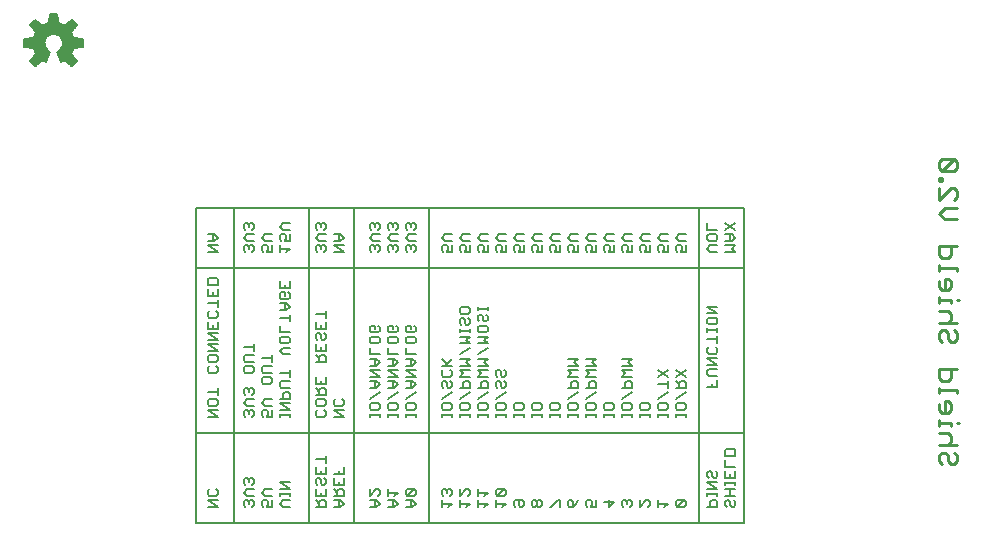
<source format=gbo>
G75*
G70*
%OFA0B0*%
%FSLAX24Y24*%
%IPPOS*%
%LPD*%
%AMOC8*
5,1,8,0,0,1.08239X$1,22.5*
%
%ADD10C,0.0110*%
%ADD11C,0.0060*%
%ADD12C,0.0080*%
%ADD13C,0.0059*%
D10*
X058245Y007937D02*
X058343Y007838D01*
X058245Y007937D02*
X058245Y008134D01*
X058343Y008232D01*
X058442Y008232D01*
X058540Y008134D01*
X058540Y007937D01*
X058639Y007838D01*
X058737Y007838D01*
X058836Y007937D01*
X058836Y008134D01*
X058737Y008232D01*
X058836Y008483D02*
X058245Y008483D01*
X058540Y008483D02*
X058639Y008581D01*
X058639Y008778D01*
X058540Y008877D01*
X058245Y008877D01*
X058245Y009127D02*
X058245Y009324D01*
X058245Y009226D02*
X058639Y009226D01*
X058639Y009127D01*
X058836Y009226D02*
X058934Y009226D01*
X058540Y009557D02*
X058639Y009656D01*
X058639Y009852D01*
X058540Y009951D01*
X058442Y009951D01*
X058442Y009557D01*
X058540Y009557D02*
X058343Y009557D01*
X058245Y009656D01*
X058245Y009852D01*
X058245Y010202D02*
X058245Y010399D01*
X058245Y010300D02*
X058836Y010300D01*
X058836Y010202D01*
X058540Y010631D02*
X058639Y010730D01*
X058639Y011025D01*
X058836Y011025D02*
X058245Y011025D01*
X058245Y010730D01*
X058343Y010631D01*
X058540Y010631D01*
X058639Y011920D02*
X058540Y012019D01*
X058540Y012216D01*
X058442Y012314D01*
X058343Y012314D01*
X058245Y012216D01*
X058245Y012019D01*
X058343Y011920D01*
X058639Y011920D02*
X058737Y011920D01*
X058836Y012019D01*
X058836Y012216D01*
X058737Y012314D01*
X058836Y012565D02*
X058245Y012565D01*
X058540Y012565D02*
X058639Y012663D01*
X058639Y012860D01*
X058540Y012959D01*
X058245Y012959D01*
X058245Y013210D02*
X058245Y013406D01*
X058245Y013308D02*
X058639Y013308D01*
X058639Y013210D01*
X058836Y013308D02*
X058934Y013308D01*
X058540Y013639D02*
X058639Y013738D01*
X058639Y013935D01*
X058540Y014033D01*
X058442Y014033D01*
X058442Y013639D01*
X058540Y013639D02*
X058343Y013639D01*
X058245Y013738D01*
X058245Y013935D01*
X058245Y014284D02*
X058245Y014481D01*
X058245Y014382D02*
X058836Y014382D01*
X058836Y014284D01*
X058540Y014714D02*
X058639Y014812D01*
X058639Y015107D01*
X058836Y015107D02*
X058245Y015107D01*
X058245Y014812D01*
X058343Y014714D01*
X058540Y014714D01*
X058442Y016003D02*
X058245Y016199D01*
X058442Y016396D01*
X058836Y016396D01*
X058737Y016647D02*
X058836Y016746D01*
X058836Y016942D01*
X058737Y017041D01*
X058639Y017041D01*
X058245Y016647D01*
X058245Y017041D01*
X058245Y017292D02*
X058245Y017390D01*
X058343Y017390D01*
X058343Y017292D01*
X058245Y017292D01*
X058343Y017614D02*
X058737Y018008D01*
X058343Y018008D01*
X058245Y017909D01*
X058245Y017712D01*
X058343Y017614D01*
X058737Y017614D01*
X058836Y017712D01*
X058836Y017909D01*
X058737Y018008D01*
X058836Y016003D02*
X058442Y016003D01*
D11*
X051460Y015877D02*
X051120Y015650D01*
X051120Y015509D02*
X051347Y015509D01*
X051460Y015395D01*
X051347Y015282D01*
X051120Y015282D01*
X051120Y015140D02*
X051460Y015140D01*
X051347Y015027D01*
X051460Y014913D01*
X051120Y014913D01*
X050860Y014913D02*
X050633Y014913D01*
X050520Y015027D01*
X050633Y015140D01*
X050860Y015140D01*
X050804Y015282D02*
X050860Y015338D01*
X050860Y015452D01*
X050804Y015509D01*
X050577Y015509D01*
X050520Y015452D01*
X050520Y015338D01*
X050577Y015282D01*
X050804Y015282D01*
X051290Y015282D02*
X051290Y015509D01*
X051460Y015650D02*
X051120Y015877D01*
X050860Y015650D02*
X050520Y015650D01*
X050520Y015877D01*
X049810Y015509D02*
X049583Y015509D01*
X049470Y015395D01*
X049583Y015282D01*
X049810Y015282D01*
X049810Y015140D02*
X049810Y014913D01*
X049640Y014913D01*
X049697Y015027D01*
X049697Y015083D01*
X049640Y015140D01*
X049527Y015140D01*
X049470Y015083D01*
X049470Y014970D01*
X049527Y014913D01*
X049210Y014913D02*
X049040Y014913D01*
X049097Y015027D01*
X049097Y015083D01*
X049040Y015140D01*
X048927Y015140D01*
X048870Y015083D01*
X048870Y014970D01*
X048927Y014913D01*
X049210Y014913D02*
X049210Y015140D01*
X049210Y015282D02*
X048983Y015282D01*
X048870Y015395D01*
X048983Y015509D01*
X049210Y015509D01*
X048610Y015509D02*
X048383Y015509D01*
X048270Y015395D01*
X048383Y015282D01*
X048610Y015282D01*
X048610Y015140D02*
X048610Y014913D01*
X048440Y014913D01*
X048497Y015027D01*
X048497Y015083D01*
X048440Y015140D01*
X048327Y015140D01*
X048270Y015083D01*
X048270Y014970D01*
X048327Y014913D01*
X048010Y014913D02*
X048010Y015140D01*
X047897Y015083D02*
X047840Y015140D01*
X047727Y015140D01*
X047670Y015083D01*
X047670Y014970D01*
X047727Y014913D01*
X047840Y014913D02*
X047897Y015027D01*
X047897Y015083D01*
X047840Y014913D02*
X048010Y014913D01*
X048010Y015282D02*
X047783Y015282D01*
X047670Y015395D01*
X047783Y015509D01*
X048010Y015509D01*
X047410Y015509D02*
X047183Y015509D01*
X047070Y015395D01*
X047183Y015282D01*
X047410Y015282D01*
X047410Y015140D02*
X047410Y014913D01*
X047240Y014913D01*
X047297Y015027D01*
X047297Y015083D01*
X047240Y015140D01*
X047127Y015140D01*
X047070Y015083D01*
X047070Y014970D01*
X047127Y014913D01*
X046810Y014913D02*
X046810Y015140D01*
X046697Y015083D02*
X046640Y015140D01*
X046527Y015140D01*
X046470Y015083D01*
X046470Y014970D01*
X046527Y014913D01*
X046640Y014913D02*
X046697Y015027D01*
X046697Y015083D01*
X046640Y014913D02*
X046810Y014913D01*
X046810Y015282D02*
X046583Y015282D01*
X046470Y015395D01*
X046583Y015509D01*
X046810Y015509D01*
X046210Y015509D02*
X045983Y015509D01*
X045870Y015395D01*
X045983Y015282D01*
X046210Y015282D01*
X046210Y015140D02*
X046210Y014913D01*
X046040Y014913D01*
X046097Y015027D01*
X046097Y015083D01*
X046040Y015140D01*
X045927Y015140D01*
X045870Y015083D01*
X045870Y014970D01*
X045927Y014913D01*
X045610Y014913D02*
X045440Y014913D01*
X045497Y015027D01*
X045497Y015083D01*
X045440Y015140D01*
X045327Y015140D01*
X045270Y015083D01*
X045270Y014970D01*
X045327Y014913D01*
X045610Y014913D02*
X045610Y015140D01*
X045610Y015282D02*
X045383Y015282D01*
X045270Y015395D01*
X045383Y015509D01*
X045610Y015509D01*
X045010Y015509D02*
X044783Y015509D01*
X044670Y015395D01*
X044783Y015282D01*
X045010Y015282D01*
X045010Y015140D02*
X045010Y014913D01*
X044840Y014913D01*
X044897Y015027D01*
X044897Y015083D01*
X044840Y015140D01*
X044727Y015140D01*
X044670Y015083D01*
X044670Y014970D01*
X044727Y014913D01*
X044410Y014913D02*
X044240Y014913D01*
X044297Y015027D01*
X044297Y015083D01*
X044240Y015140D01*
X044127Y015140D01*
X044070Y015083D01*
X044070Y014970D01*
X044127Y014913D01*
X044410Y014913D02*
X044410Y015140D01*
X044410Y015282D02*
X044183Y015282D01*
X044070Y015395D01*
X044183Y015509D01*
X044410Y015509D01*
X043810Y015509D02*
X043583Y015509D01*
X043470Y015395D01*
X043583Y015282D01*
X043810Y015282D01*
X043810Y015140D02*
X043810Y014913D01*
X043640Y014913D01*
X043697Y015027D01*
X043697Y015083D01*
X043640Y015140D01*
X043527Y015140D01*
X043470Y015083D01*
X043470Y014970D01*
X043527Y014913D01*
X043210Y014913D02*
X043040Y014913D01*
X043097Y015027D01*
X043097Y015083D01*
X043040Y015140D01*
X042927Y015140D01*
X042870Y015083D01*
X042870Y014970D01*
X042927Y014913D01*
X043210Y014913D02*
X043210Y015140D01*
X043210Y015282D02*
X042983Y015282D01*
X042870Y015395D01*
X042983Y015509D01*
X043210Y015509D01*
X042610Y015509D02*
X042383Y015509D01*
X042270Y015395D01*
X042383Y015282D01*
X042610Y015282D01*
X042610Y015140D02*
X042610Y014913D01*
X042440Y014913D01*
X042497Y015027D01*
X042497Y015083D01*
X042440Y015140D01*
X042327Y015140D01*
X042270Y015083D01*
X042270Y014970D01*
X042327Y014913D01*
X042010Y014913D02*
X042010Y015140D01*
X041897Y015083D02*
X041840Y015140D01*
X041727Y015140D01*
X041670Y015083D01*
X041670Y014970D01*
X041727Y014913D01*
X041840Y014913D02*
X041897Y015027D01*
X041897Y015083D01*
X041840Y014913D02*
X042010Y014913D01*
X042010Y015282D02*
X041783Y015282D01*
X041670Y015395D01*
X041783Y015509D01*
X042010Y015509D01*
X040810Y015509D02*
X040583Y015509D01*
X040470Y015395D01*
X040583Y015282D01*
X040810Y015282D01*
X040754Y015140D02*
X040697Y015140D01*
X040640Y015083D01*
X040583Y015140D01*
X040527Y015140D01*
X040470Y015083D01*
X040470Y014970D01*
X040527Y014913D01*
X040640Y015027D02*
X040640Y015083D01*
X040754Y015140D02*
X040810Y015083D01*
X040810Y014970D01*
X040754Y014913D01*
X040210Y014970D02*
X040210Y015083D01*
X040154Y015140D01*
X040097Y015140D01*
X040040Y015083D01*
X039983Y015140D01*
X039927Y015140D01*
X039870Y015083D01*
X039870Y014970D01*
X039927Y014913D01*
X040040Y015027D02*
X040040Y015083D01*
X040154Y014913D02*
X040210Y014970D01*
X040210Y015282D02*
X039983Y015282D01*
X039870Y015395D01*
X039983Y015509D01*
X040210Y015509D01*
X040154Y015650D02*
X040210Y015707D01*
X040210Y015820D01*
X040154Y015877D01*
X040097Y015877D01*
X040040Y015820D01*
X039983Y015877D01*
X039927Y015877D01*
X039870Y015820D01*
X039870Y015707D01*
X039927Y015650D01*
X040040Y015763D02*
X040040Y015820D01*
X039610Y015820D02*
X039554Y015877D01*
X039497Y015877D01*
X039440Y015820D01*
X039383Y015877D01*
X039327Y015877D01*
X039270Y015820D01*
X039270Y015707D01*
X039327Y015650D01*
X039383Y015509D02*
X039610Y015509D01*
X039554Y015650D02*
X039610Y015707D01*
X039610Y015820D01*
X039440Y015820D02*
X039440Y015763D01*
X039383Y015509D02*
X039270Y015395D01*
X039383Y015282D01*
X039610Y015282D01*
X039554Y015140D02*
X039497Y015140D01*
X039440Y015083D01*
X039383Y015140D01*
X039327Y015140D01*
X039270Y015083D01*
X039270Y014970D01*
X039327Y014913D01*
X039440Y015027D02*
X039440Y015083D01*
X039554Y015140D02*
X039610Y015083D01*
X039610Y014970D01*
X039554Y014913D01*
X038410Y014913D02*
X038070Y015140D01*
X038410Y015140D01*
X038297Y015282D02*
X038410Y015395D01*
X038297Y015509D01*
X038070Y015509D01*
X038240Y015509D02*
X038240Y015282D01*
X038297Y015282D02*
X038070Y015282D01*
X037810Y015282D02*
X037583Y015282D01*
X037470Y015395D01*
X037583Y015509D01*
X037810Y015509D01*
X037754Y015650D02*
X037810Y015707D01*
X037810Y015820D01*
X037754Y015877D01*
X037697Y015877D01*
X037640Y015820D01*
X037583Y015877D01*
X037527Y015877D01*
X037470Y015820D01*
X037470Y015707D01*
X037527Y015650D01*
X037640Y015763D02*
X037640Y015820D01*
X036610Y015877D02*
X036383Y015877D01*
X036270Y015763D01*
X036383Y015650D01*
X036610Y015650D01*
X036610Y015509D02*
X036610Y015282D01*
X036440Y015282D01*
X036497Y015395D01*
X036497Y015452D01*
X036440Y015509D01*
X036327Y015509D01*
X036270Y015452D01*
X036270Y015338D01*
X036327Y015282D01*
X036270Y015140D02*
X036270Y014913D01*
X036270Y015027D02*
X036610Y015027D01*
X036497Y014913D01*
X036010Y014913D02*
X036010Y015140D01*
X035897Y015083D02*
X035840Y015140D01*
X035727Y015140D01*
X035670Y015083D01*
X035670Y014970D01*
X035727Y014913D01*
X035840Y014913D02*
X035897Y015027D01*
X035897Y015083D01*
X035840Y014913D02*
X036010Y014913D01*
X036010Y015282D02*
X035783Y015282D01*
X035670Y015395D01*
X035783Y015509D01*
X036010Y015509D01*
X035410Y015509D02*
X035183Y015509D01*
X035070Y015395D01*
X035183Y015282D01*
X035410Y015282D01*
X035354Y015140D02*
X035297Y015140D01*
X035240Y015083D01*
X035183Y015140D01*
X035127Y015140D01*
X035070Y015083D01*
X035070Y014970D01*
X035127Y014913D01*
X035240Y015027D02*
X035240Y015083D01*
X035354Y015140D02*
X035410Y015083D01*
X035410Y014970D01*
X035354Y014913D01*
X034210Y014913D02*
X033870Y015140D01*
X034210Y015140D01*
X034097Y015282D02*
X034210Y015395D01*
X034097Y015509D01*
X033870Y015509D01*
X034040Y015509D02*
X034040Y015282D01*
X034097Y015282D02*
X033870Y015282D01*
X033870Y014913D02*
X034210Y014913D01*
X034154Y014060D02*
X034210Y014003D01*
X034210Y013833D01*
X033870Y013833D01*
X033870Y014003D01*
X033927Y014060D01*
X034154Y014060D01*
X034210Y013692D02*
X034210Y013465D01*
X033870Y013465D01*
X033870Y013692D01*
X034040Y013578D02*
X034040Y013465D01*
X034210Y013323D02*
X034210Y013096D01*
X034210Y013210D02*
X033870Y013210D01*
X033927Y012955D02*
X033870Y012898D01*
X033870Y012785D01*
X033927Y012728D01*
X034154Y012728D01*
X034210Y012785D01*
X034210Y012898D01*
X034154Y012955D01*
X034210Y012587D02*
X034210Y012360D01*
X033870Y012360D01*
X033870Y012587D01*
X034040Y012473D02*
X034040Y012360D01*
X033870Y012218D02*
X034210Y012218D01*
X034210Y011992D02*
X033870Y012218D01*
X033870Y011992D02*
X034210Y011992D01*
X034210Y011850D02*
X033870Y011850D01*
X034210Y011623D01*
X033870Y011623D01*
X033927Y011482D02*
X034154Y011482D01*
X034210Y011425D01*
X034210Y011312D01*
X034154Y011255D01*
X033927Y011255D01*
X033870Y011312D01*
X033870Y011425D01*
X033927Y011482D01*
X033927Y011113D02*
X033870Y011057D01*
X033870Y010943D01*
X033927Y010887D01*
X034154Y010887D01*
X034210Y010943D01*
X034210Y011057D01*
X034154Y011113D01*
X035070Y011057D02*
X035127Y011113D01*
X035354Y011113D01*
X035410Y011057D01*
X035410Y010943D01*
X035354Y010887D01*
X035127Y010887D01*
X035070Y010943D01*
X035070Y011057D01*
X035127Y011255D02*
X035070Y011312D01*
X035070Y011425D01*
X035127Y011482D01*
X035410Y011482D01*
X035410Y011623D02*
X035410Y011850D01*
X035410Y011737D02*
X035070Y011737D01*
X035670Y011368D02*
X036010Y011368D01*
X036010Y011255D02*
X036010Y011482D01*
X036270Y011614D02*
X036383Y011727D01*
X036610Y011727D01*
X036554Y011869D02*
X036327Y011869D01*
X036270Y011925D01*
X036270Y012039D01*
X036327Y012096D01*
X036554Y012096D01*
X036610Y012039D01*
X036610Y011925D01*
X036554Y011869D01*
X036610Y011500D02*
X036383Y011500D01*
X036270Y011614D01*
X036010Y011113D02*
X035727Y011113D01*
X035670Y011057D01*
X035670Y010943D01*
X035727Y010887D01*
X036010Y010887D01*
X035954Y010745D02*
X036010Y010688D01*
X036010Y010575D01*
X035954Y010518D01*
X035727Y010518D01*
X035670Y010575D01*
X035670Y010688D01*
X035727Y010745D01*
X035954Y010745D01*
X036270Y010877D02*
X036610Y010877D01*
X036610Y010764D02*
X036610Y010991D01*
X036610Y010622D02*
X036327Y010622D01*
X036270Y010566D01*
X036270Y010452D01*
X036327Y010396D01*
X036610Y010396D01*
X036554Y010254D02*
X036440Y010254D01*
X036383Y010197D01*
X036383Y010027D01*
X036270Y010027D02*
X036610Y010027D01*
X036610Y010197D01*
X036554Y010254D01*
X036010Y010009D02*
X035783Y010009D01*
X035670Y009895D01*
X035783Y009782D01*
X036010Y009782D01*
X036010Y009640D02*
X036010Y009413D01*
X035840Y009413D01*
X035897Y009527D01*
X035897Y009583D01*
X035840Y009640D01*
X035727Y009640D01*
X035670Y009583D01*
X035670Y009470D01*
X035727Y009413D01*
X035410Y009470D02*
X035410Y009583D01*
X035354Y009640D01*
X035297Y009640D01*
X035240Y009583D01*
X035183Y009640D01*
X035127Y009640D01*
X035070Y009583D01*
X035070Y009470D01*
X035127Y009413D01*
X035240Y009527D02*
X035240Y009583D01*
X035354Y009413D02*
X035410Y009470D01*
X035410Y009782D02*
X035183Y009782D01*
X035070Y009895D01*
X035183Y010009D01*
X035410Y010009D01*
X035354Y010150D02*
X035410Y010207D01*
X035410Y010320D01*
X035354Y010377D01*
X035297Y010377D01*
X035240Y010320D01*
X035183Y010377D01*
X035127Y010377D01*
X035070Y010320D01*
X035070Y010207D01*
X035127Y010150D01*
X035240Y010263D02*
X035240Y010320D01*
X034210Y010263D02*
X033870Y010263D01*
X033927Y010009D02*
X034154Y010009D01*
X034210Y009952D01*
X034210Y009838D01*
X034154Y009782D01*
X033927Y009782D01*
X033870Y009838D01*
X033870Y009952D01*
X033927Y010009D01*
X034210Y010150D02*
X034210Y010377D01*
X034210Y009640D02*
X033870Y009640D01*
X034210Y009413D01*
X033870Y009413D01*
X036270Y009413D02*
X036270Y009527D01*
X036270Y009470D02*
X036610Y009470D01*
X036610Y009413D02*
X036610Y009527D01*
X036610Y009659D02*
X036270Y009886D01*
X036610Y009886D01*
X036610Y009659D02*
X036270Y009659D01*
X037470Y009583D02*
X037527Y009640D01*
X037470Y009583D02*
X037470Y009470D01*
X037527Y009413D01*
X037754Y009413D01*
X037810Y009470D01*
X037810Y009583D01*
X037754Y009640D01*
X037754Y009782D02*
X037527Y009782D01*
X037470Y009838D01*
X037470Y009952D01*
X037527Y010009D01*
X037754Y010009D01*
X037810Y009952D01*
X037810Y009838D01*
X037754Y009782D01*
X038070Y009838D02*
X038070Y009952D01*
X038127Y010009D01*
X038070Y009838D02*
X038127Y009782D01*
X038354Y009782D01*
X038410Y009838D01*
X038410Y009952D01*
X038354Y010009D01*
X037810Y010150D02*
X037810Y010320D01*
X037754Y010377D01*
X037640Y010377D01*
X037583Y010320D01*
X037583Y010150D01*
X037470Y010150D02*
X037810Y010150D01*
X037583Y010263D02*
X037470Y010377D01*
X037470Y010518D02*
X037470Y010745D01*
X037640Y010632D02*
X037640Y010518D01*
X037810Y010518D02*
X037470Y010518D01*
X037810Y010518D02*
X037810Y010745D01*
X037810Y011255D02*
X037470Y011255D01*
X037583Y011255D02*
X037583Y011425D01*
X037640Y011482D01*
X037754Y011482D01*
X037810Y011425D01*
X037810Y011255D01*
X037583Y011368D02*
X037470Y011482D01*
X037470Y011623D02*
X037470Y011850D01*
X037527Y011992D02*
X037470Y012048D01*
X037470Y012162D01*
X037527Y012218D01*
X037583Y012218D01*
X037640Y012162D01*
X037640Y012048D01*
X037697Y011992D01*
X037754Y011992D01*
X037810Y012048D01*
X037810Y012162D01*
X037754Y012218D01*
X037810Y012360D02*
X037470Y012360D01*
X037470Y012587D01*
X037640Y012473D02*
X037640Y012360D01*
X037810Y012360D02*
X037810Y012587D01*
X037810Y012728D02*
X037810Y012955D01*
X037810Y012842D02*
X037470Y012842D01*
X036610Y012832D02*
X036610Y012605D01*
X036610Y012719D02*
X036270Y012719D01*
X036270Y012974D02*
X036497Y012974D01*
X036610Y013087D01*
X036497Y013201D01*
X036270Y013201D01*
X036327Y013342D02*
X036270Y013399D01*
X036270Y013512D01*
X036327Y013569D01*
X036440Y013569D01*
X036440Y013455D01*
X036327Y013342D02*
X036554Y013342D01*
X036610Y013399D01*
X036610Y013512D01*
X036554Y013569D01*
X036610Y013710D02*
X036270Y013710D01*
X036270Y013937D01*
X036440Y013824D02*
X036440Y013710D01*
X036610Y013710D02*
X036610Y013937D01*
X036440Y013201D02*
X036440Y012974D01*
X036270Y012464D02*
X036270Y012237D01*
X036610Y012237D01*
X037640Y011737D02*
X037640Y011623D01*
X037810Y011623D02*
X037470Y011623D01*
X037810Y011623D02*
X037810Y011850D01*
X039270Y011925D02*
X039327Y011869D01*
X039554Y011869D01*
X039610Y011925D01*
X039610Y012039D01*
X039554Y012096D01*
X039327Y012096D01*
X039270Y012039D01*
X039270Y011925D01*
X039270Y011727D02*
X039270Y011500D01*
X039610Y011500D01*
X039497Y011359D02*
X039270Y011359D01*
X039440Y011359D02*
X039440Y011132D01*
X039497Y011132D02*
X039610Y011246D01*
X039497Y011359D01*
X039497Y011132D02*
X039270Y011132D01*
X039270Y010991D02*
X039610Y010991D01*
X039610Y010764D02*
X039270Y010991D01*
X039270Y010764D02*
X039610Y010764D01*
X039497Y010622D02*
X039270Y010622D01*
X039440Y010622D02*
X039440Y010396D01*
X039497Y010396D02*
X039610Y010509D01*
X039497Y010622D01*
X039497Y010396D02*
X039270Y010396D01*
X039610Y010254D02*
X039270Y010027D01*
X039327Y009886D02*
X039554Y009886D01*
X039610Y009829D01*
X039610Y009716D01*
X039554Y009659D01*
X039327Y009659D01*
X039270Y009716D01*
X039270Y009829D01*
X039327Y009886D01*
X039270Y009527D02*
X039270Y009413D01*
X039270Y009470D02*
X039610Y009470D01*
X039610Y009413D02*
X039610Y009527D01*
X039870Y009527D02*
X039870Y009413D01*
X039870Y009470D02*
X040210Y009470D01*
X040210Y009413D02*
X040210Y009527D01*
X040154Y009659D02*
X039927Y009659D01*
X039870Y009716D01*
X039870Y009829D01*
X039927Y009886D01*
X040154Y009886D01*
X040210Y009829D01*
X040210Y009716D01*
X040154Y009659D01*
X040470Y009716D02*
X040470Y009829D01*
X040527Y009886D01*
X040754Y009886D01*
X040810Y009829D01*
X040810Y009716D01*
X040754Y009659D01*
X040527Y009659D01*
X040470Y009716D01*
X040470Y009527D02*
X040470Y009413D01*
X040470Y009470D02*
X040810Y009470D01*
X040810Y009413D02*
X040810Y009527D01*
X040470Y010027D02*
X040810Y010254D01*
X040697Y010396D02*
X040810Y010509D01*
X040697Y010622D01*
X040470Y010622D01*
X040470Y010764D02*
X040810Y010764D01*
X040470Y010991D01*
X040810Y010991D01*
X040697Y011132D02*
X040810Y011246D01*
X040697Y011359D01*
X040470Y011359D01*
X040470Y011500D02*
X040470Y011727D01*
X040527Y011869D02*
X040470Y011925D01*
X040470Y012039D01*
X040527Y012096D01*
X040754Y012096D01*
X040810Y012039D01*
X040810Y011925D01*
X040754Y011869D01*
X040527Y011869D01*
X040210Y011925D02*
X040154Y011869D01*
X039927Y011869D01*
X039870Y011925D01*
X039870Y012039D01*
X039927Y012096D01*
X040154Y012096D01*
X040210Y012039D01*
X040210Y011925D01*
X040154Y012237D02*
X039927Y012237D01*
X039870Y012294D01*
X039870Y012407D01*
X039927Y012464D01*
X040040Y012464D01*
X040040Y012351D01*
X040154Y012464D02*
X040210Y012407D01*
X040210Y012294D01*
X040154Y012237D01*
X040470Y012294D02*
X040470Y012407D01*
X040527Y012464D01*
X040640Y012464D01*
X040640Y012351D01*
X040754Y012464D02*
X040810Y012407D01*
X040810Y012294D01*
X040754Y012237D01*
X040527Y012237D01*
X040470Y012294D01*
X039870Y011727D02*
X039870Y011500D01*
X040210Y011500D01*
X040097Y011359D02*
X039870Y011359D01*
X040040Y011359D02*
X040040Y011132D01*
X040097Y011132D02*
X040210Y011246D01*
X040097Y011359D01*
X040097Y011132D02*
X039870Y011132D01*
X039870Y010991D02*
X040210Y010991D01*
X040210Y010764D02*
X039870Y010991D01*
X039870Y010764D02*
X040210Y010764D01*
X040097Y010622D02*
X039870Y010622D01*
X040040Y010622D02*
X040040Y010396D01*
X040097Y010396D02*
X040210Y010509D01*
X040097Y010622D01*
X040097Y010396D02*
X039870Y010396D01*
X040210Y010254D02*
X039870Y010027D01*
X040470Y010396D02*
X040697Y010396D01*
X040640Y010396D02*
X040640Y010622D01*
X040640Y011132D02*
X040640Y011359D01*
X040810Y011500D02*
X040470Y011500D01*
X040470Y011132D02*
X040697Y011132D01*
X041670Y011132D02*
X042010Y011132D01*
X041954Y010991D02*
X042010Y010934D01*
X042010Y010821D01*
X041954Y010764D01*
X041727Y010764D01*
X041670Y010821D01*
X041670Y010934D01*
X041727Y010991D01*
X041783Y011132D02*
X042010Y011359D01*
X041840Y011189D02*
X041670Y011359D01*
X042270Y011359D02*
X042610Y011359D01*
X042497Y011246D01*
X042610Y011132D01*
X042270Y011132D01*
X042270Y010991D02*
X042610Y010991D01*
X042610Y010764D02*
X042270Y010764D01*
X042383Y010877D01*
X042270Y010991D01*
X042440Y010622D02*
X042383Y010566D01*
X042383Y010396D01*
X042270Y010396D02*
X042610Y010396D01*
X042610Y010566D01*
X042554Y010622D01*
X042440Y010622D01*
X042610Y010254D02*
X042270Y010027D01*
X042327Y009886D02*
X042554Y009886D01*
X042610Y009829D01*
X042610Y009716D01*
X042554Y009659D01*
X042327Y009659D01*
X042270Y009716D01*
X042270Y009829D01*
X042327Y009886D01*
X042010Y009829D02*
X041954Y009886D01*
X041727Y009886D01*
X041670Y009829D01*
X041670Y009716D01*
X041727Y009659D01*
X041954Y009659D01*
X042010Y009716D01*
X042010Y009829D01*
X042010Y009527D02*
X042010Y009413D01*
X042010Y009470D02*
X041670Y009470D01*
X041670Y009413D02*
X041670Y009527D01*
X042270Y009527D02*
X042270Y009413D01*
X042270Y009470D02*
X042610Y009470D01*
X042610Y009413D02*
X042610Y009527D01*
X042870Y009527D02*
X042870Y009413D01*
X042870Y009470D02*
X043210Y009470D01*
X043210Y009413D02*
X043210Y009527D01*
X043154Y009659D02*
X042927Y009659D01*
X042870Y009716D01*
X042870Y009829D01*
X042927Y009886D01*
X043154Y009886D01*
X043210Y009829D01*
X043210Y009716D01*
X043154Y009659D01*
X043470Y009716D02*
X043470Y009829D01*
X043527Y009886D01*
X043754Y009886D01*
X043810Y009829D01*
X043810Y009716D01*
X043754Y009659D01*
X043527Y009659D01*
X043470Y009716D01*
X043470Y009527D02*
X043470Y009413D01*
X043470Y009470D02*
X043810Y009470D01*
X043810Y009413D02*
X043810Y009527D01*
X044070Y009527D02*
X044070Y009413D01*
X044070Y009470D02*
X044410Y009470D01*
X044410Y009413D02*
X044410Y009527D01*
X044354Y009659D02*
X044127Y009659D01*
X044070Y009716D01*
X044070Y009829D01*
X044127Y009886D01*
X044354Y009886D01*
X044410Y009829D01*
X044410Y009716D01*
X044354Y009659D01*
X044670Y009716D02*
X044670Y009829D01*
X044727Y009886D01*
X044954Y009886D01*
X045010Y009829D01*
X045010Y009716D01*
X044954Y009659D01*
X044727Y009659D01*
X044670Y009716D01*
X044670Y009527D02*
X044670Y009413D01*
X044670Y009470D02*
X045010Y009470D01*
X045010Y009413D02*
X045010Y009527D01*
X045270Y009527D02*
X045270Y009413D01*
X045270Y009470D02*
X045610Y009470D01*
X045610Y009413D02*
X045610Y009527D01*
X045554Y009659D02*
X045327Y009659D01*
X045270Y009716D01*
X045270Y009829D01*
X045327Y009886D01*
X045554Y009886D01*
X045610Y009829D01*
X045610Y009716D01*
X045554Y009659D01*
X045870Y009716D02*
X045870Y009829D01*
X045927Y009886D01*
X046154Y009886D01*
X046210Y009829D01*
X046210Y009716D01*
X046154Y009659D01*
X045927Y009659D01*
X045870Y009716D01*
X045870Y009527D02*
X045870Y009413D01*
X045870Y009470D02*
X046210Y009470D01*
X046210Y009413D02*
X046210Y009527D01*
X046470Y009527D02*
X046470Y009413D01*
X046470Y009470D02*
X046810Y009470D01*
X046810Y009413D02*
X046810Y009527D01*
X046754Y009659D02*
X046527Y009659D01*
X046470Y009716D01*
X046470Y009829D01*
X046527Y009886D01*
X046754Y009886D01*
X046810Y009829D01*
X046810Y009716D01*
X046754Y009659D01*
X047070Y009716D02*
X047070Y009829D01*
X047127Y009886D01*
X047354Y009886D01*
X047410Y009829D01*
X047410Y009716D01*
X047354Y009659D01*
X047127Y009659D01*
X047070Y009716D01*
X047070Y009527D02*
X047070Y009413D01*
X047070Y009470D02*
X047410Y009470D01*
X047410Y009413D02*
X047410Y009527D01*
X047670Y009527D02*
X047670Y009413D01*
X047670Y009470D02*
X048010Y009470D01*
X048010Y009413D02*
X048010Y009527D01*
X047954Y009659D02*
X047727Y009659D01*
X047670Y009716D01*
X047670Y009829D01*
X047727Y009886D01*
X047954Y009886D01*
X048010Y009829D01*
X048010Y009716D01*
X047954Y009659D01*
X048270Y009716D02*
X048270Y009829D01*
X048327Y009886D01*
X048554Y009886D01*
X048610Y009829D01*
X048610Y009716D01*
X048554Y009659D01*
X048327Y009659D01*
X048270Y009716D01*
X048270Y009527D02*
X048270Y009413D01*
X048270Y009470D02*
X048610Y009470D01*
X048610Y009413D02*
X048610Y009527D01*
X048870Y009527D02*
X048870Y009413D01*
X048870Y009470D02*
X049210Y009470D01*
X049210Y009413D02*
X049210Y009527D01*
X049154Y009659D02*
X048927Y009659D01*
X048870Y009716D01*
X048870Y009829D01*
X048927Y009886D01*
X049154Y009886D01*
X049210Y009829D01*
X049210Y009716D01*
X049154Y009659D01*
X049470Y009716D02*
X049470Y009829D01*
X049527Y009886D01*
X049754Y009886D01*
X049810Y009829D01*
X049810Y009716D01*
X049754Y009659D01*
X049527Y009659D01*
X049470Y009716D01*
X049470Y009527D02*
X049470Y009413D01*
X049470Y009470D02*
X049810Y009470D01*
X049810Y009413D02*
X049810Y009527D01*
X049470Y010027D02*
X049810Y010254D01*
X049810Y010396D02*
X049810Y010566D01*
X049754Y010622D01*
X049640Y010622D01*
X049583Y010566D01*
X049583Y010396D01*
X049583Y010509D02*
X049470Y010622D01*
X049470Y010764D02*
X049810Y010991D01*
X049810Y010764D02*
X049470Y010991D01*
X049210Y010991D02*
X048870Y010764D01*
X048870Y010991D02*
X049210Y010764D01*
X049210Y010622D02*
X049210Y010396D01*
X049210Y010509D02*
X048870Y010509D01*
X049210Y010254D02*
X048870Y010027D01*
X049470Y010396D02*
X049810Y010396D01*
X050520Y010413D02*
X050860Y010413D01*
X050860Y010640D01*
X050860Y010782D02*
X050577Y010782D01*
X050520Y010838D01*
X050520Y010952D01*
X050577Y011009D01*
X050860Y011009D01*
X050860Y011150D02*
X050520Y011150D01*
X050520Y011377D02*
X050860Y011377D01*
X050804Y011518D02*
X050860Y011575D01*
X050860Y011688D01*
X050804Y011745D01*
X050860Y011887D02*
X050860Y012113D01*
X050860Y012000D02*
X050520Y012000D01*
X050520Y012255D02*
X050520Y012368D01*
X050520Y012312D02*
X050860Y012312D01*
X050860Y012368D02*
X050860Y012255D01*
X050804Y012500D02*
X050577Y012500D01*
X050520Y012557D01*
X050520Y012671D01*
X050577Y012727D01*
X050804Y012727D01*
X050860Y012671D01*
X050860Y012557D01*
X050804Y012500D01*
X050860Y012869D02*
X050520Y012869D01*
X050520Y013096D02*
X050860Y013096D01*
X050860Y012869D02*
X050520Y013096D01*
X050577Y011745D02*
X050520Y011688D01*
X050520Y011575D01*
X050577Y011518D01*
X050804Y011518D01*
X050520Y011377D02*
X050860Y011150D01*
X050690Y010527D02*
X050690Y010413D01*
X048010Y010396D02*
X048010Y010566D01*
X047954Y010622D01*
X047840Y010622D01*
X047783Y010566D01*
X047783Y010396D01*
X047670Y010396D02*
X048010Y010396D01*
X048010Y010254D02*
X047670Y010027D01*
X047670Y010764D02*
X047783Y010877D01*
X047670Y010991D01*
X048010Y010991D01*
X048010Y011132D02*
X047897Y011246D01*
X048010Y011359D01*
X047670Y011359D01*
X047670Y011132D02*
X048010Y011132D01*
X048010Y010764D02*
X047670Y010764D01*
X046810Y010764D02*
X046470Y010764D01*
X046583Y010877D01*
X046470Y010991D01*
X046810Y010991D01*
X046810Y011132D02*
X046697Y011246D01*
X046810Y011359D01*
X046470Y011359D01*
X046470Y011132D02*
X046810Y011132D01*
X046210Y011132D02*
X046097Y011246D01*
X046210Y011359D01*
X045870Y011359D01*
X045870Y011132D02*
X046210Y011132D01*
X046210Y010991D02*
X045870Y010991D01*
X045983Y010877D01*
X045870Y010764D01*
X046210Y010764D01*
X046154Y010622D02*
X046040Y010622D01*
X045983Y010566D01*
X045983Y010396D01*
X045870Y010396D02*
X046210Y010396D01*
X046210Y010566D01*
X046154Y010622D01*
X046210Y010254D02*
X045870Y010027D01*
X046470Y010027D02*
X046810Y010254D01*
X046810Y010396D02*
X046810Y010566D01*
X046754Y010622D01*
X046640Y010622D01*
X046583Y010566D01*
X046583Y010396D01*
X046470Y010396D02*
X046810Y010396D01*
X043810Y010452D02*
X043754Y010396D01*
X043697Y010396D01*
X043640Y010452D01*
X043640Y010566D01*
X043583Y010622D01*
X043527Y010622D01*
X043470Y010566D01*
X043470Y010452D01*
X043527Y010396D01*
X043810Y010452D02*
X043810Y010566D01*
X043754Y010622D01*
X043754Y010764D02*
X043697Y010764D01*
X043640Y010821D01*
X043640Y010934D01*
X043583Y010991D01*
X043527Y010991D01*
X043470Y010934D01*
X043470Y010821D01*
X043527Y010764D01*
X043754Y010764D02*
X043810Y010821D01*
X043810Y010934D01*
X043754Y010991D01*
X043210Y010991D02*
X042870Y010991D01*
X042983Y010877D01*
X042870Y010764D01*
X043210Y010764D01*
X043154Y010622D02*
X043040Y010622D01*
X042983Y010566D01*
X042983Y010396D01*
X042870Y010396D02*
X043210Y010396D01*
X043210Y010566D01*
X043154Y010622D01*
X043210Y010254D02*
X042870Y010027D01*
X043470Y010027D02*
X043810Y010254D01*
X043210Y011132D02*
X042870Y011132D01*
X042870Y011359D02*
X043210Y011359D01*
X043097Y011246D01*
X043210Y011132D01*
X042870Y011500D02*
X043210Y011727D01*
X043210Y011869D02*
X043097Y011982D01*
X043210Y012096D01*
X042870Y012096D01*
X042927Y012237D02*
X042870Y012294D01*
X042870Y012407D01*
X042927Y012464D01*
X043154Y012464D01*
X043210Y012407D01*
X043210Y012294D01*
X043154Y012237D01*
X042927Y012237D01*
X042610Y012237D02*
X042610Y012351D01*
X042610Y012294D02*
X042270Y012294D01*
X042270Y012237D02*
X042270Y012351D01*
X042327Y012483D02*
X042270Y012539D01*
X042270Y012653D01*
X042327Y012709D01*
X042383Y012709D01*
X042440Y012653D01*
X042440Y012539D01*
X042497Y012483D01*
X042554Y012483D01*
X042610Y012539D01*
X042610Y012653D01*
X042554Y012709D01*
X042554Y012851D02*
X042327Y012851D01*
X042270Y012908D01*
X042270Y013021D01*
X042327Y013078D01*
X042554Y013078D01*
X042610Y013021D01*
X042610Y012908D01*
X042554Y012851D01*
X042870Y012776D02*
X042870Y012662D01*
X042927Y012605D01*
X043040Y012662D02*
X043040Y012776D01*
X042983Y012832D01*
X042927Y012832D01*
X042870Y012776D01*
X042870Y012974D02*
X042870Y013087D01*
X042870Y013030D02*
X043210Y013030D01*
X043210Y012974D02*
X043210Y013087D01*
X043154Y012832D02*
X043210Y012776D01*
X043210Y012662D01*
X043154Y012605D01*
X043097Y012605D01*
X043040Y012662D01*
X042610Y012096D02*
X042270Y012096D01*
X042270Y011869D02*
X042610Y011869D01*
X042497Y011982D01*
X042610Y012096D01*
X042870Y011869D02*
X043210Y011869D01*
X042610Y011727D02*
X042270Y011500D01*
X041954Y010622D02*
X042010Y010566D01*
X042010Y010452D01*
X041954Y010396D01*
X041897Y010396D01*
X041840Y010452D01*
X041840Y010566D01*
X041783Y010622D01*
X041727Y010622D01*
X041670Y010566D01*
X041670Y010452D01*
X041727Y010396D01*
X042010Y010254D02*
X041670Y010027D01*
X038410Y009640D02*
X038070Y009640D01*
X038410Y009413D01*
X038070Y009413D01*
X037810Y008113D02*
X037810Y007887D01*
X037810Y008000D02*
X037470Y008000D01*
X037470Y007745D02*
X037470Y007518D01*
X037810Y007518D01*
X037810Y007745D01*
X037640Y007632D02*
X037640Y007518D01*
X037583Y007377D02*
X037527Y007377D01*
X037470Y007320D01*
X037470Y007207D01*
X037527Y007150D01*
X037640Y007207D02*
X037640Y007320D01*
X037583Y007377D01*
X037754Y007377D02*
X037810Y007320D01*
X037810Y007207D01*
X037754Y007150D01*
X037697Y007150D01*
X037640Y007207D01*
X037470Y007009D02*
X037470Y006782D01*
X037810Y006782D01*
X037810Y007009D01*
X037640Y006895D02*
X037640Y006782D01*
X037640Y006640D02*
X037583Y006583D01*
X037583Y006413D01*
X037470Y006413D02*
X037810Y006413D01*
X037810Y006583D01*
X037754Y006640D01*
X037640Y006640D01*
X037583Y006527D02*
X037470Y006640D01*
X038070Y006640D02*
X038297Y006640D01*
X038410Y006527D01*
X038297Y006413D01*
X038070Y006413D01*
X038240Y006413D02*
X038240Y006640D01*
X038183Y006782D02*
X038183Y006952D01*
X038240Y007009D01*
X038354Y007009D01*
X038410Y006952D01*
X038410Y006782D01*
X038070Y006782D01*
X038183Y006895D02*
X038070Y007009D01*
X038070Y007150D02*
X038070Y007377D01*
X038070Y007518D02*
X038410Y007518D01*
X038410Y007745D01*
X038240Y007632D02*
X038240Y007518D01*
X038410Y007377D02*
X038410Y007150D01*
X038070Y007150D01*
X038240Y007150D02*
X038240Y007263D01*
X039270Y007009D02*
X039270Y006782D01*
X039497Y007009D01*
X039554Y007009D01*
X039610Y006952D01*
X039610Y006838D01*
X039554Y006782D01*
X039497Y006640D02*
X039270Y006640D01*
X039440Y006640D02*
X039440Y006413D01*
X039497Y006413D02*
X039610Y006527D01*
X039497Y006640D01*
X039497Y006413D02*
X039270Y006413D01*
X039870Y006413D02*
X040097Y006413D01*
X040210Y006527D01*
X040097Y006640D01*
X039870Y006640D01*
X039870Y006782D02*
X039870Y007009D01*
X039870Y006895D02*
X040210Y006895D01*
X040097Y006782D01*
X040040Y006640D02*
X040040Y006413D01*
X040470Y006413D02*
X040697Y006413D01*
X040810Y006527D01*
X040697Y006640D01*
X040470Y006640D01*
X040527Y006782D02*
X040754Y007009D01*
X040527Y007009D01*
X040470Y006952D01*
X040470Y006838D01*
X040527Y006782D01*
X040754Y006782D01*
X040810Y006838D01*
X040810Y006952D01*
X040754Y007009D01*
X040640Y006640D02*
X040640Y006413D01*
X041670Y006413D02*
X041670Y006640D01*
X041670Y006527D02*
X042010Y006527D01*
X041897Y006413D01*
X041954Y006782D02*
X042010Y006838D01*
X042010Y006952D01*
X041954Y007009D01*
X041897Y007009D01*
X041840Y006952D01*
X041783Y007009D01*
X041727Y007009D01*
X041670Y006952D01*
X041670Y006838D01*
X041727Y006782D01*
X041840Y006895D02*
X041840Y006952D01*
X042270Y007009D02*
X042270Y006782D01*
X042497Y007009D01*
X042554Y007009D01*
X042610Y006952D01*
X042610Y006838D01*
X042554Y006782D01*
X042610Y006527D02*
X042270Y006527D01*
X042270Y006640D02*
X042270Y006413D01*
X042497Y006413D02*
X042610Y006527D01*
X042870Y006527D02*
X043210Y006527D01*
X043097Y006413D01*
X042870Y006413D02*
X042870Y006640D01*
X042870Y006782D02*
X042870Y007009D01*
X042870Y006895D02*
X043210Y006895D01*
X043097Y006782D01*
X043470Y006838D02*
X043527Y006782D01*
X043754Y007009D01*
X043527Y007009D01*
X043470Y006952D01*
X043470Y006838D01*
X043527Y006782D02*
X043754Y006782D01*
X043810Y006838D01*
X043810Y006952D01*
X043754Y007009D01*
X043470Y006640D02*
X043470Y006413D01*
X043470Y006527D02*
X043810Y006527D01*
X043697Y006413D01*
X044070Y006470D02*
X044070Y006583D01*
X044127Y006640D01*
X044354Y006640D01*
X044410Y006583D01*
X044410Y006470D01*
X044354Y006413D01*
X044297Y006413D01*
X044240Y006470D01*
X044240Y006640D01*
X044070Y006470D02*
X044127Y006413D01*
X044670Y006470D02*
X044670Y006583D01*
X044727Y006640D01*
X044783Y006640D01*
X044840Y006583D01*
X044840Y006470D01*
X044897Y006413D01*
X044954Y006413D01*
X045010Y006470D01*
X045010Y006583D01*
X044954Y006640D01*
X044897Y006640D01*
X044840Y006583D01*
X044840Y006470D02*
X044783Y006413D01*
X044727Y006413D01*
X044670Y006470D01*
X045270Y006413D02*
X045327Y006413D01*
X045554Y006640D01*
X045610Y006640D01*
X045610Y006413D01*
X045870Y006470D02*
X045870Y006583D01*
X045927Y006640D01*
X045983Y006640D01*
X046040Y006583D01*
X046040Y006413D01*
X045927Y006413D01*
X045870Y006470D01*
X046040Y006413D02*
X046154Y006527D01*
X046210Y006640D01*
X046470Y006583D02*
X046470Y006470D01*
X046527Y006413D01*
X046640Y006413D02*
X046697Y006527D01*
X046697Y006583D01*
X046640Y006640D01*
X046527Y006640D01*
X046470Y006583D01*
X046640Y006413D02*
X046810Y006413D01*
X046810Y006640D01*
X047070Y006583D02*
X047410Y006583D01*
X047240Y006413D01*
X047240Y006640D01*
X047670Y006583D02*
X047670Y006470D01*
X047727Y006413D01*
X047840Y006527D02*
X047840Y006583D01*
X047783Y006640D01*
X047727Y006640D01*
X047670Y006583D01*
X047840Y006583D02*
X047897Y006640D01*
X047954Y006640D01*
X048010Y006583D01*
X048010Y006470D01*
X047954Y006413D01*
X048270Y006413D02*
X048497Y006640D01*
X048554Y006640D01*
X048610Y006583D01*
X048610Y006470D01*
X048554Y006413D01*
X048270Y006413D02*
X048270Y006640D01*
X048870Y006640D02*
X048870Y006413D01*
X048870Y006527D02*
X049210Y006527D01*
X049097Y006413D01*
X049470Y006470D02*
X049527Y006413D01*
X049754Y006640D01*
X049527Y006640D01*
X049470Y006583D01*
X049470Y006470D01*
X049527Y006413D02*
X049754Y006413D01*
X049810Y006470D01*
X049810Y006583D01*
X049754Y006640D01*
X050520Y006782D02*
X050520Y006895D01*
X050520Y006838D02*
X050860Y006838D01*
X050860Y006782D02*
X050860Y006895D01*
X050860Y007027D02*
X050520Y007254D01*
X050860Y007254D01*
X050804Y007396D02*
X050747Y007396D01*
X050690Y007452D01*
X050690Y007566D01*
X050633Y007622D01*
X050577Y007622D01*
X050520Y007566D01*
X050520Y007452D01*
X050577Y007396D01*
X050804Y007396D02*
X050860Y007452D01*
X050860Y007566D01*
X050804Y007622D01*
X051120Y007622D02*
X051120Y007396D01*
X051460Y007396D01*
X051460Y007622D01*
X051460Y007764D02*
X051120Y007764D01*
X051120Y007991D01*
X051120Y008132D02*
X051120Y008302D01*
X051177Y008359D01*
X051404Y008359D01*
X051460Y008302D01*
X051460Y008132D01*
X051120Y008132D01*
X051290Y007509D02*
X051290Y007396D01*
X051120Y007263D02*
X051120Y007150D01*
X051120Y007207D02*
X051460Y007207D01*
X051460Y007263D02*
X051460Y007150D01*
X051460Y007009D02*
X051120Y007009D01*
X051290Y007009D02*
X051290Y006782D01*
X051233Y006640D02*
X051177Y006640D01*
X051120Y006583D01*
X051120Y006470D01*
X051177Y006413D01*
X051290Y006470D02*
X051290Y006583D01*
X051233Y006640D01*
X051404Y006640D02*
X051460Y006583D01*
X051460Y006470D01*
X051404Y006413D01*
X051347Y006413D01*
X051290Y006470D01*
X051120Y006782D02*
X051460Y006782D01*
X050860Y006583D02*
X050804Y006640D01*
X050690Y006640D01*
X050633Y006583D01*
X050633Y006413D01*
X050520Y006413D02*
X050860Y006413D01*
X050860Y006583D01*
X050860Y007027D02*
X050520Y007027D01*
X039610Y012294D02*
X039554Y012237D01*
X039327Y012237D01*
X039270Y012294D01*
X039270Y012407D01*
X039327Y012464D01*
X039440Y012464D01*
X039440Y012351D01*
X039554Y012464D02*
X039610Y012407D01*
X039610Y012294D01*
X035410Y011255D02*
X035127Y011255D01*
X037527Y014913D02*
X037470Y014970D01*
X037470Y015083D01*
X037527Y015140D01*
X037583Y015140D01*
X037640Y015083D01*
X037640Y015027D01*
X037640Y015083D02*
X037697Y015140D01*
X037754Y015140D01*
X037810Y015083D01*
X037810Y014970D01*
X037754Y014913D01*
X038070Y014913D02*
X038410Y014913D01*
X040470Y015707D02*
X040527Y015650D01*
X040470Y015707D02*
X040470Y015820D01*
X040527Y015877D01*
X040583Y015877D01*
X040640Y015820D01*
X040640Y015763D01*
X040640Y015820D02*
X040697Y015877D01*
X040754Y015877D01*
X040810Y015820D01*
X040810Y015707D01*
X040754Y015650D01*
X035410Y015707D02*
X035410Y015820D01*
X035354Y015877D01*
X035297Y015877D01*
X035240Y015820D01*
X035183Y015877D01*
X035127Y015877D01*
X035070Y015820D01*
X035070Y015707D01*
X035127Y015650D01*
X035240Y015763D02*
X035240Y015820D01*
X035354Y015650D02*
X035410Y015707D01*
X035354Y007377D02*
X035297Y007377D01*
X035240Y007320D01*
X035183Y007377D01*
X035127Y007377D01*
X035070Y007320D01*
X035070Y007207D01*
X035127Y007150D01*
X035183Y007009D02*
X035410Y007009D01*
X035354Y007150D02*
X035410Y007207D01*
X035410Y007320D01*
X035354Y007377D01*
X035240Y007320D02*
X035240Y007263D01*
X035183Y007009D02*
X035070Y006895D01*
X035183Y006782D01*
X035410Y006782D01*
X035354Y006640D02*
X035297Y006640D01*
X035240Y006583D01*
X035183Y006640D01*
X035127Y006640D01*
X035070Y006583D01*
X035070Y006470D01*
X035127Y006413D01*
X035240Y006527D02*
X035240Y006583D01*
X035354Y006640D02*
X035410Y006583D01*
X035410Y006470D01*
X035354Y006413D01*
X035670Y006470D02*
X035670Y006583D01*
X035727Y006640D01*
X035840Y006640D01*
X035897Y006583D01*
X035897Y006527D01*
X035840Y006413D01*
X036010Y006413D01*
X036010Y006640D01*
X036010Y006782D02*
X035783Y006782D01*
X035670Y006895D01*
X035783Y007009D01*
X036010Y007009D01*
X036270Y007027D02*
X036610Y007027D01*
X036270Y007254D01*
X036610Y007254D01*
X036610Y006895D02*
X036610Y006782D01*
X036610Y006838D02*
X036270Y006838D01*
X036270Y006782D02*
X036270Y006895D01*
X036383Y006640D02*
X036270Y006527D01*
X036383Y006413D01*
X036610Y006413D01*
X036610Y006640D02*
X036383Y006640D01*
X035727Y006413D02*
X035670Y006470D01*
X034210Y006413D02*
X033870Y006640D01*
X034210Y006640D01*
X034154Y006782D02*
X033927Y006782D01*
X033870Y006838D01*
X033870Y006952D01*
X033927Y007009D01*
X034154Y007009D02*
X034210Y006952D01*
X034210Y006838D01*
X034154Y006782D01*
X034210Y006413D02*
X033870Y006413D01*
D12*
X033490Y005883D02*
X033490Y008883D01*
X051740Y008883D01*
X051740Y005883D01*
X050240Y005883D01*
X050240Y016383D01*
X051740Y016383D01*
X051740Y014383D01*
X033490Y014383D01*
X033490Y016383D01*
X034740Y016383D01*
X034740Y005883D01*
X033490Y005883D01*
X034740Y005883D02*
X037240Y005883D01*
X037240Y016383D01*
X038740Y016383D01*
X038740Y005883D01*
X037240Y005883D01*
X038740Y005883D02*
X041240Y005883D01*
X041240Y016383D01*
X050240Y016383D01*
X051740Y014383D02*
X051740Y008883D01*
X050240Y005883D02*
X041240Y005883D01*
X033490Y008883D02*
X033490Y014383D01*
X034740Y016383D02*
X037240Y016383D01*
X038740Y016383D02*
X041240Y016383D01*
D13*
X029516Y021277D02*
X029314Y021525D01*
X029365Y021624D01*
X029399Y021731D01*
X029717Y021763D01*
X029717Y022003D01*
X029399Y022036D01*
X029365Y022142D01*
X029314Y022242D01*
X029516Y022489D01*
X029346Y022659D01*
X029099Y022457D01*
X028999Y022509D01*
X028892Y022543D01*
X028860Y022860D01*
X028620Y022860D01*
X028588Y022543D01*
X028481Y022509D01*
X028381Y022457D01*
X028134Y022659D01*
X027964Y022489D01*
X028166Y022242D01*
X028115Y022142D01*
X028081Y022036D01*
X027763Y022003D01*
X027763Y021763D01*
X028081Y021731D01*
X028115Y021624D01*
X028166Y021525D01*
X027964Y021277D01*
X028134Y021108D01*
X028381Y021309D01*
X028481Y021258D01*
X028622Y021599D01*
X028567Y021629D01*
X028518Y021670D01*
X028480Y021720D01*
X028452Y021776D01*
X028436Y021837D01*
X028433Y021901D01*
X028443Y021963D01*
X028465Y022022D01*
X028500Y022075D01*
X028544Y022120D01*
X028596Y022155D01*
X028655Y022179D01*
X028717Y022190D01*
X028780Y022188D01*
X028842Y022174D01*
X028899Y022147D01*
X028949Y022109D01*
X028991Y022061D01*
X029022Y022006D01*
X029041Y021946D01*
X029048Y021883D01*
X029042Y021823D01*
X029024Y021766D01*
X028996Y021712D01*
X028958Y021666D01*
X028911Y021628D01*
X028858Y021599D01*
X028999Y021258D01*
X029099Y021309D01*
X029346Y021108D01*
X029516Y021277D01*
X029496Y021301D02*
X029109Y021301D01*
X029082Y021301D02*
X028981Y021301D01*
X028957Y021359D02*
X029449Y021359D01*
X029402Y021416D02*
X028934Y021416D01*
X028910Y021474D02*
X029355Y021474D01*
X029317Y021531D02*
X028886Y021531D01*
X028862Y021589D02*
X029347Y021589D01*
X029372Y021646D02*
X028934Y021646D01*
X028989Y021704D02*
X029391Y021704D01*
X029698Y021761D02*
X029022Y021761D01*
X029040Y021819D02*
X029717Y021819D01*
X029717Y021877D02*
X029047Y021877D01*
X029042Y021934D02*
X029717Y021934D01*
X029717Y021992D02*
X029027Y021992D01*
X028998Y022049D02*
X029395Y022049D01*
X029377Y022107D02*
X028951Y022107D01*
X028861Y022164D02*
X029354Y022164D01*
X029324Y022222D02*
X028156Y022222D01*
X028136Y022279D02*
X029344Y022279D01*
X029391Y022337D02*
X028089Y022337D01*
X028042Y022395D02*
X029438Y022395D01*
X029485Y022452D02*
X027995Y022452D01*
X027985Y022510D02*
X028317Y022510D01*
X028246Y022567D02*
X028042Y022567D01*
X028100Y022625D02*
X028176Y022625D01*
X028485Y022510D02*
X028995Y022510D01*
X028890Y022567D02*
X028590Y022567D01*
X028596Y022625D02*
X028884Y022625D01*
X028878Y022682D02*
X028602Y022682D01*
X028608Y022740D02*
X028872Y022740D01*
X028866Y022797D02*
X028614Y022797D01*
X028620Y022855D02*
X028860Y022855D01*
X029163Y022510D02*
X029495Y022510D01*
X029438Y022567D02*
X029234Y022567D01*
X029304Y022625D02*
X029380Y022625D01*
X028619Y022164D02*
X028126Y022164D01*
X028103Y022107D02*
X028531Y022107D01*
X028483Y022049D02*
X028085Y022049D01*
X027763Y021992D02*
X028454Y021992D01*
X028438Y021934D02*
X027763Y021934D01*
X027763Y021877D02*
X028434Y021877D01*
X028441Y021819D02*
X027763Y021819D01*
X027782Y021761D02*
X028459Y021761D01*
X028492Y021704D02*
X028089Y021704D01*
X028108Y021646D02*
X028546Y021646D01*
X028618Y021589D02*
X028133Y021589D01*
X028163Y021531D02*
X028594Y021531D01*
X028570Y021474D02*
X028125Y021474D01*
X028078Y021416D02*
X028546Y021416D01*
X028523Y021359D02*
X028031Y021359D01*
X027984Y021301D02*
X028371Y021301D01*
X028398Y021301D02*
X028499Y021301D01*
X028301Y021243D02*
X027998Y021243D01*
X028056Y021186D02*
X028230Y021186D01*
X028159Y021128D02*
X028113Y021128D01*
X029180Y021243D02*
X029482Y021243D01*
X029424Y021186D02*
X029250Y021186D01*
X029321Y021128D02*
X029367Y021128D01*
M02*

</source>
